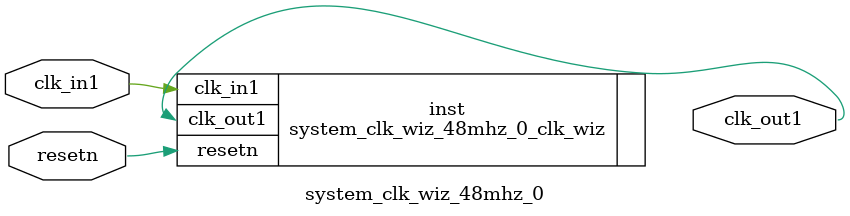
<source format=v>


`timescale 1ps/1ps

(* CORE_GENERATION_INFO = "system_clk_wiz_48mhz_0,clk_wiz_v6_0_6_0_0,{component_name=system_clk_wiz_48mhz_0,use_phase_alignment=true,use_min_o_jitter=false,use_max_i_jitter=false,use_dyn_phase_shift=false,use_inclk_switchover=false,use_dyn_reconfig=false,enable_axi=0,feedback_source=FDBK_AUTO,PRIMITIVE=MMCM,num_out_clk=1,clkin1_period=10.000,clkin2_period=10.000,use_power_down=false,use_reset=true,use_locked=false,use_inclk_stopped=false,feedback_type=SINGLE,CLOCK_MGR_TYPE=NA,manual_override=false}" *)

module system_clk_wiz_48mhz_0 
 (
  // Clock out ports
  output        clk_out1,
  // Status and control signals
  input         resetn,
 // Clock in ports
  input         clk_in1
 );

  system_clk_wiz_48mhz_0_clk_wiz inst
  (
  // Clock out ports  
  .clk_out1(clk_out1),
  // Status and control signals               
  .resetn(resetn), 
 // Clock in ports
  .clk_in1(clk_in1)
  );

endmodule

</source>
